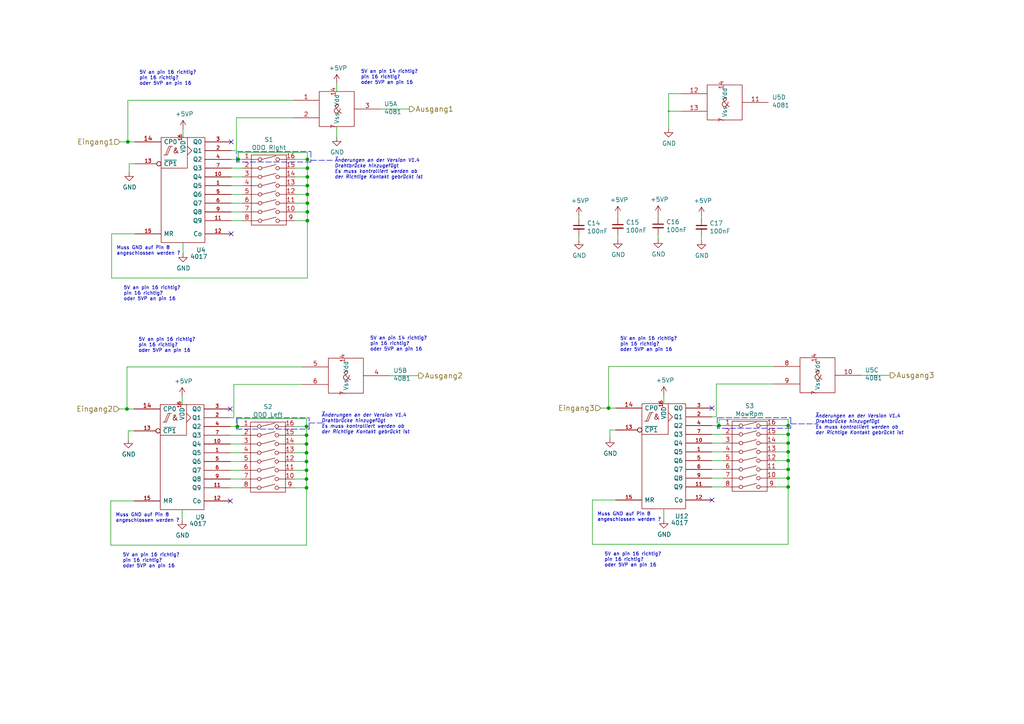
<source format=kicad_sch>
(kicad_sch (version 20201015) (generator eeschema)
  (paper "A4")
  (title_block (title "Ardumower shield SVN Version") (date "2021-01-07") (rev "1.4") (company "ML AG JL UZ") (comment 1 "Unterspannungsschutz von AlexanderG"))
  (lib_symbols
    (symbol "ardumower-mega-shield-svn-rescue:+5VP-RESCUE-ardumower_mega_shield_svn" (power) (pin_names (offset 0))
      (property "Value" "+5VP-RESCUE-ardumower_mega_shield_svn" (at 0 3.556 0))
      (symbol "+5VP-RESCUE-ardumower_mega_shield_svn_0_1"
        (polyline (pts (xy -0.762 1.27) (xy 0 2.54)))
        (polyline (pts (xy 0 0) (xy 0 2.54)))
        (polyline (pts (xy 0 2.54) (xy 0.762 1.27)))
      )
      (symbol "+5VP-RESCUE-ardumower_mega_shield_svn_1_1"
        (pin power_in line (at 0 0 90) (length 0) hide (name "+5VP") (number "1"))
      )
    )
    (symbol "ardumower-mega-shield-svn-rescue:4017-RESCUE-ardumower_mega_shield_svn" (pin_names (offset 0.762))
      (property "Reference" "U" (at 7.62 16.51 0))
      (property "Value" "4017-RESCUE-ardumower_mega_shield_svn" (at 10.16 -16.51 0))
      (symbol "4017-RESCUE-ardumower_mega_shield_svn_0_0"
        (text "&" (at -2.032 11.43 0) (effects (font (size 1.524 1.524))))
        (polyline (pts (xy -5.588 10.16) (xy -4.572 10.16) (xy -3.556 12.7) (xy -3.048 12.7) (xy -4.064 12.7) (xy -5.08 10.16) (xy -5.08 10.16)))
        (pin power_in line (at 0 15.24 270) (length 0) (name "VDD") (number "16"))
        (pin power_in line (at 0 -15.24 90) (length 0) hide (name "VSS") (number "8"))
      )
      (symbol "4017-RESCUE-ardumower_mega_shield_svn_0_1"
        (rectangle (start -6.35 15.24) (end 6.35 -15.24))
        (polyline (pts (xy 1.27 12.7) (xy 2.54 11.43) (xy 1.27 10.16) (xy 1.27 10.16)))
        (polyline (pts (xy 1.27 15.24) (xy 1.27 6.35) (xy -6.35 6.35) (xy -6.35 6.35)))
      )
      (symbol "4017-RESCUE-ardumower_mega_shield_svn_1_1"
        (pin output line (at 13.97 1.27 180) (length 7.62) (name "Q5") (number "1"))
        (pin output line (at 13.97 3.81 180) (length 7.62) (name "Q4") (number "10"))
        (pin output line (at 13.97 -8.89 180) (length 7.62) (name "Q9") (number "11"))
        (pin output line (at 13.97 -12.7 180) (length 7.62) (name "Co") (number "12"))
        (pin input inverted (at -13.97 7.62 0) (length 7.62) (name "~CP1") (number "13"))
        (pin input line (at -13.97 13.97 0) (length 7.62) (name "CP0") (number "14"))
        (pin input line (at -13.97 -12.7 0) (length 7.62) (name "MR") (number "15"))
        (pin output line (at 13.97 11.43 180) (length 7.62) (name "Q1") (number "2"))
        (pin output line (at 13.97 13.97 180) (length 7.62) (name "Q0") (number "3"))
        (pin output line (at 13.97 8.89 180) (length 7.62) (name "Q2") (number "4"))
        (pin output line (at 13.97 -1.27 180) (length 7.62) (name "Q6") (number "5"))
        (pin output line (at 13.97 -3.81 180) (length 7.62) (name "Q7") (number "6"))
        (pin output line (at 13.97 6.35 180) (length 7.62) (name "Q3") (number "7"))
        (pin output line (at 13.97 -6.35 180) (length 7.62) (name "Q8") (number "9"))
      )
    )
    (symbol "ardumower-mega-shield-svn-rescue:4081-RESCUE-ardumower_mega_shield_svn" (pin_names (offset 0.762))
      (property "Reference" "U" (at 2.54 6.35 0))
      (property "Value" "4081-RESCUE-ardumower_mega_shield_svn" (at 6.35 -6.35 0))
      (symbol "4081-RESCUE-ardumower_mega_shield_svn_0_0"
        (text "&" (at 0.254 0 0) (effects (font (size 2.54 2.54))))
        (rectangle (start -5.08 5.08) (end 5.08 -5.08))
        (pin power_in line (at 0 5.08 270) (length 0) (name "Vdd") (number "14"))
        (pin power_in line (at 0 -5.08 90) (length 0) (name "Vss") (number "7"))
      )
      (symbol "4081-RESCUE-ardumower_mega_shield_svn_1_1"
        (pin input line (at -12.7 2.54 0) (length 7.62) (name "~") (number "1"))
        (pin input line (at -12.7 -2.54 0) (length 7.62) (name "~") (number "2"))
        (pin output line (at 12.7 0 180) (length 7.62) (name "~") (number "3"))
      )
      (symbol "4081-RESCUE-ardumower_mega_shield_svn_2_1"
        (pin output line (at 12.7 0 180) (length 7.62) (name "~") (number "4"))
        (pin input line (at -12.7 2.54 0) (length 7.62) (name "~") (number "5"))
        (pin input line (at -12.7 -2.54 0) (length 7.62) (name "~") (number "6"))
      )
      (symbol "4081-RESCUE-ardumower_mega_shield_svn_3_1"
        (pin output line (at 12.7 0 180) (length 7.62) (name "~") (number "10"))
        (pin input line (at -12.7 2.54 0) (length 7.62) (name "~") (number "8"))
        (pin input line (at -12.7 -2.54 0) (length 7.62) (name "~") (number "9"))
      )
      (symbol "4081-RESCUE-ardumower_mega_shield_svn_4_1"
        (pin output line (at 12.7 0 180) (length 7.62) (name "~") (number "11"))
        (pin input line (at -12.7 2.54 0) (length 7.62) (name "~") (number "12"))
        (pin input line (at -12.7 -2.54 0) (length 7.62) (name "~") (number "13"))
      )
    )
    (symbol "ardumower-mega-shield-svn-rescue:C_Small-RESCUE-ardumower_mega_shield_svn" (pin_numbers hide) (pin_names (offset 0.254) hide)
      (property "Reference" "C" (at 0.254 1.778 0))
      (property "Value" "C_Small-RESCUE-ardumower_mega_shield_svn" (at 0.254 -2.032 0))
      (symbol "C_Small-RESCUE-ardumower_mega_shield_svn_0_1"
        (polyline (pts (xy -1.524 -0.508) (xy 1.524 -0.508)) (stroke (width 0.3302)))
        (polyline (pts (xy -1.524 0.508) (xy 1.524 0.508)) (stroke (width 0.3048)))
      )
      (symbol "C_Small-RESCUE-ardumower_mega_shield_svn_1_1"
        (pin passive line (at 0 2.54 270) (length 2.032) (name "~") (number "1"))
        (pin passive line (at 0 -2.54 90) (length 2.032) (name "~") (number "2"))
      )
    )
    (symbol "ardumower-mega-shield-svn-rescue:GND-RESCUE-ardumower_mega_shield_svn" (power) (pin_names (offset 0))
      (property "Value" "GND-RESCUE-ardumower_mega_shield_svn" (at 0 -3.81 0))
      (symbol "GND-RESCUE-ardumower_mega_shield_svn_0_1"
        (polyline (pts (xy 0 0) (xy 0 -1.27) (xy 1.27 -1.27) (xy 0 -2.54) (xy -1.27 -1.27) (xy 0 -1.27)))
      )
      (symbol "GND-RESCUE-ardumower_mega_shield_svn_1_1"
        (pin power_in line (at 0 0 270) (length 0) hide (name "GND") (number "1"))
      )
    )
    (symbol "ardumower-mega-shield-svn-rescue:SW_DIP_x8-RESCUE-ardumower_mega_shield_svn"
      (property "Reference" "S" (at 0 -11.43 0))
      (property "Value" "SW_DIP_x8-RESCUE-ardumower_mega_shield_svn" (at 0 11.43 0))
      (symbol "SW_DIP_x8-RESCUE-ardumower_mega_shield_svn_0_1"
        (circle (center -2.54 -8.89) (radius 0.508))
        (circle (center -2.54 -6.35) (radius 0.508))
        (circle (center -2.54 -3.81) (radius 0.508))
        (circle (center -2.54 -1.27) (radius 0.508))
        (circle (center -2.54 1.27) (radius 0.508))
        (circle (center -2.54 3.81) (radius 0.508))
        (circle (center -2.54 6.35) (radius 0.508))
        (circle (center -2.54 8.89) (radius 0.508))
        (circle (center 2.54 -8.89) (radius 0.508))
        (circle (center 2.54 -6.35) (radius 0.508))
        (circle (center 2.54 -3.81) (radius 0.508))
        (circle (center 2.54 -1.27) (radius 0.508))
        (circle (center 2.54 1.27) (radius 0.508))
        (circle (center 2.54 3.81) (radius 0.508))
        (circle (center 2.54 6.35) (radius 0.508))
        (circle (center 2.54 8.89) (radius 0.508))
        (rectangle (start -5.08 10.16) (end 5.08 -10.16))
        (polyline (pts (xy -3.048 -8.89) (xy -5.08 -8.89)))
        (polyline (pts (xy -3.048 -6.35) (xy -5.08 -6.35)))
        (polyline (pts (xy -3.048 -3.81) (xy -5.08 -3.81)))
        (polyline (pts (xy -3.048 -1.27) (xy -5.08 -1.27)))
        (polyline (pts (xy -3.048 1.27) (xy -5.08 1.27)))
        (polyline (pts (xy -3.048 3.81) (xy -5.08 3.81)))
        (polyline (pts (xy -3.048 6.35) (xy -5.08 6.35)))
        (polyline (pts (xy -3.048 8.89) (xy -5.08 8.89)))
        (polyline (pts (xy -2.032 -8.89) (xy 2.032 -7.874)))
        (polyline (pts (xy -2.032 -6.35) (xy 2.032 -5.334)))
        (polyline (pts (xy -2.032 -3.81) (xy 2.032 -2.794)))
        (polyline (pts (xy -2.032 -1.27) (xy 2.032 -0.254)))
        (polyline (pts (xy -2.032 1.27) (xy 2.032 2.286)))
        (polyline (pts (xy -2.032 3.81) (xy 2.032 4.826)))
        (polyline (pts (xy -2.032 6.35) (xy 2.032 7.366)))
        (polyline (pts (xy -2.032 8.89) (xy 2.032 9.906)))
        (polyline (pts (xy 3.048 -8.89) (xy 5.08 -8.89)))
        (polyline (pts (xy 3.048 -6.35) (xy 5.08 -6.35)))
        (polyline (pts (xy 3.048 -3.81) (xy 5.08 -3.81)))
        (polyline (pts (xy 3.048 -1.27) (xy 5.08 -1.27)))
        (polyline (pts (xy 3.048 1.27) (xy 5.08 1.27)))
        (polyline (pts (xy 3.048 3.81) (xy 5.08 3.81)))
        (polyline (pts (xy 3.048 6.35) (xy 5.08 6.35)))
        (polyline (pts (xy 3.048 8.89) (xy 5.08 8.89)))
      )
      (symbol "SW_DIP_x8-RESCUE-ardumower_mega_shield_svn_1_1"
        (pin passive line (at -7.62 8.89 0) (length 2.54) (name "~") (number "1"))
        (pin passive line (at 7.62 -6.35 180) (length 2.54) (name "~") (number "10"))
        (pin passive line (at 7.62 -3.81 180) (length 2.54) (name "~") (number "11"))
        (pin passive line (at 7.62 -1.27 180) (length 2.54) (name "~") (number "12"))
        (pin passive line (at 7.62 1.27 180) (length 2.54) (name "~") (number "13"))
        (pin passive line (at 7.62 3.81 180) (length 2.54) (name "~") (number "14"))
        (pin passive line (at 7.62 6.35 180) (length 2.54) (name "~") (number "15"))
        (pin passive line (at 7.62 8.89 180) (length 2.54) (name "~") (number "16"))
        (pin passive line (at -7.62 6.35 0) (length 2.54) (name "~") (number "2"))
        (pin passive line (at -7.62 3.81 0) (length 2.54) (name "~") (number "3"))
        (pin passive line (at -7.62 1.27 0) (length 2.54) (name "~") (number "4"))
        (pin passive line (at -7.62 -1.27 0) (length 2.54) (name "~") (number "5"))
        (pin passive line (at -7.62 -3.81 0) (length 2.54) (name "~") (number "6"))
        (pin passive line (at -7.62 -6.35 0) (length 2.54) (name "~") (number "7"))
        (pin passive line (at -7.62 -8.89 0) (length 2.54) (name "~") (number "8"))
        (pin passive line (at 7.62 -8.89 180) (length 2.54) (name "~") (number "9"))
      )
    )
  )
  (junction (at 36.83 118.618) (diameter 0.9144))
  (junction (at 37.084 41.148) (diameter 0.9144))
  (junction (at 68.834 123.698) (diameter 0.9144))
  (junction (at 69.088 46.228) (diameter 0.9144))
  (junction (at 88.9 123.698) (diameter 0.9144))
  (junction (at 88.9 126.238) (diameter 0.9144))
  (junction (at 88.9 128.778) (diameter 0.9144))
  (junction (at 88.9 131.318) (diameter 0.9144))
  (junction (at 88.9 133.858) (diameter 0.9144))
  (junction (at 88.9 136.398) (diameter 0.9144))
  (junction (at 88.9 138.938) (diameter 0.9144))
  (junction (at 88.9 141.478) (diameter 0.9144))
  (junction (at 89.154 46.228) (diameter 0.9144))
  (junction (at 89.154 48.768) (diameter 0.9144))
  (junction (at 89.154 51.308) (diameter 0.9144))
  (junction (at 89.154 53.848) (diameter 0.9144))
  (junction (at 89.154 56.388) (diameter 0.9144))
  (junction (at 89.154 58.928) (diameter 0.9144))
  (junction (at 89.154 61.468) (diameter 0.9144))
  (junction (at 89.154 64.008) (diameter 0.9144))
  (junction (at 176.53 118.364) (diameter 0.9144))
  (junction (at 193.929 32.258) (diameter 0.3048))
  (junction (at 208.534 123.444) (diameter 0.9144))
  (junction (at 228.6 123.444) (diameter 0.9144))
  (junction (at 228.6 125.984) (diameter 0.9144))
  (junction (at 228.6 128.524) (diameter 0.9144))
  (junction (at 228.6 131.064) (diameter 0.9144))
  (junction (at 228.6 133.604) (diameter 0.9144))
  (junction (at 228.6 136.144) (diameter 0.9144))
  (junction (at 228.6 138.684) (diameter 0.9144))
  (junction (at 228.6 141.224) (diameter 0.9144))
  (no_connect (at 206.502 145.034))
  (no_connect (at 66.802 118.618))
  (no_connect (at 67.056 41.148))
  (no_connect (at 206.502 118.364))
  (no_connect (at 67.056 67.818))
  (no_connect (at 66.802 145.288))
  (wire (pts (xy 32.131 145.288) (xy 38.862 145.288)))
  (wire (pts (xy 32.131 158.115) (xy 32.131 145.288)))
  (wire (pts (xy 32.385 67.818) (xy 39.116 67.818)))
  (wire (pts (xy 32.385 80.645) (xy 32.385 67.818)))
  (wire (pts (xy 34.544 118.618) (xy 36.83 118.618)))
  (wire (pts (xy 34.798 41.148) (xy 37.084 41.148)))
  (wire (pts (xy 36.83 106.426) (xy 36.83 118.618)))
  (wire (pts (xy 36.83 118.618) (xy 38.862 118.618)))
  (wire (pts (xy 37.084 29.083) (xy 37.084 41.148)))
  (wire (pts (xy 37.084 41.148) (xy 39.116 41.148)))
  (wire (pts (xy 37.211 124.968) (xy 38.862 124.968)))
  (wire (pts (xy 37.211 127.381) (xy 37.211 124.968)))
  (wire (pts (xy 37.465 47.498) (xy 39.116 47.498)))
  (wire (pts (xy 37.465 49.911) (xy 37.465 47.498)))
  (wire (pts (xy 52.832 117.348) (xy 52.832 114.935)))
  (wire (pts (xy 52.832 150.876) (xy 52.832 147.828)))
  (wire (pts (xy 53.086 39.878) (xy 53.086 37.465)))
  (wire (pts (xy 53.086 73.406) (xy 53.086 70.358)))
  (wire (pts (xy 66.802 121.158) (xy 67.818 121.158)))
  (wire (pts (xy 66.802 123.698) (xy 68.834 123.698)))
  (wire (pts (xy 66.802 126.238) (xy 70.104 126.238)))
  (wire (pts (xy 66.802 128.778) (xy 70.104 128.778)))
  (wire (pts (xy 66.802 131.318) (xy 70.104 131.318)))
  (wire (pts (xy 66.802 133.858) (xy 70.104 133.858)))
  (wire (pts (xy 66.802 136.398) (xy 70.104 136.398)))
  (wire (pts (xy 66.802 138.938) (xy 70.104 138.938)))
  (wire (pts (xy 66.802 141.478) (xy 70.104 141.478)))
  (wire (pts (xy 67.056 46.228) (xy 69.088 46.228)))
  (wire (pts (xy 67.056 48.768) (xy 70.358 48.768)))
  (wire (pts (xy 67.056 51.308) (xy 70.358 51.308)))
  (wire (pts (xy 67.056 53.848) (xy 70.358 53.848)))
  (wire (pts (xy 67.056 56.388) (xy 70.358 56.388)))
  (wire (pts (xy 67.056 58.928) (xy 70.358 58.928)))
  (wire (pts (xy 67.056 61.468) (xy 70.358 61.468)))
  (wire (pts (xy 67.056 64.008) (xy 70.358 64.008)))
  (wire (pts (xy 67.818 111.506) (xy 67.818 121.158)))
  (wire (pts (xy 67.818 111.506) (xy 87.63 111.506)))
  (wire (pts (xy 68.58 34.163) (xy 68.58 43.688)))
  (wire (pts (xy 68.58 43.688) (xy 67.056 43.688)))
  (wire (pts (xy 68.834 121.412) (xy 88.9 121.412)))
  (wire (pts (xy 68.834 123.698) (xy 68.834 121.412)))
  (wire (pts (xy 68.834 123.698) (xy 70.104 123.698)))
  (wire (pts (xy 69.088 44.196) (xy 89.154 44.196)))
  (wire (pts (xy 69.088 46.228) (xy 69.088 44.196)))
  (wire (pts (xy 69.088 46.228) (xy 70.358 46.228)))
  (wire (pts (xy 84.963 29.083) (xy 37.084 29.083)))
  (wire (pts (xy 84.963 34.163) (xy 68.58 34.163)))
  (wire (pts (xy 85.344 123.698) (xy 88.9 123.698)))
  (wire (pts (xy 85.344 126.238) (xy 88.9 126.238)))
  (wire (pts (xy 85.344 128.778) (xy 88.9 128.778)))
  (wire (pts (xy 85.344 131.318) (xy 88.9 131.318)))
  (wire (pts (xy 85.344 133.858) (xy 88.9 133.858)))
  (wire (pts (xy 85.344 136.398) (xy 88.9 136.398)))
  (wire (pts (xy 85.344 138.938) (xy 88.9 138.938)))
  (wire (pts (xy 85.344 141.478) (xy 88.9 141.478)))
  (wire (pts (xy 85.598 48.768) (xy 89.154 48.768)))
  (wire (pts (xy 85.598 51.308) (xy 89.154 51.308)))
  (wire (pts (xy 85.598 53.848) (xy 89.154 53.848)))
  (wire (pts (xy 85.598 56.388) (xy 89.154 56.388)))
  (wire (pts (xy 85.598 58.928) (xy 89.154 58.928)))
  (wire (pts (xy 85.598 61.468) (xy 89.154 61.468)))
  (wire (pts (xy 85.598 64.008) (xy 89.154 64.008)))
  (wire (pts (xy 87.63 106.426) (xy 36.83 106.426)))
  (wire (pts (xy 88.9 121.412) (xy 88.9 123.698)))
  (wire (pts (xy 88.9 123.698) (xy 88.9 126.238)))
  (wire (pts (xy 88.9 126.238) (xy 88.9 128.778)))
  (wire (pts (xy 88.9 128.778) (xy 88.9 131.318)))
  (wire (pts (xy 88.9 131.318) (xy 88.9 133.858)))
  (wire (pts (xy 88.9 133.858) (xy 88.9 136.398)))
  (wire (pts (xy 88.9 136.398) (xy 88.9 138.938)))
  (wire (pts (xy 88.9 138.938) (xy 88.9 141.478)))
  (wire (pts (xy 88.9 141.478) (xy 88.9 158.115)))
  (wire (pts (xy 88.9 158.115) (xy 32.131 158.115)))
  (wire (pts (xy 89.154 44.196) (xy 89.154 46.228)))
  (wire (pts (xy 89.154 46.228) (xy 85.598 46.228)))
  (wire (pts (xy 89.154 46.228) (xy 89.154 48.768)))
  (wire (pts (xy 89.154 48.768) (xy 89.154 51.308)))
  (wire (pts (xy 89.154 51.308) (xy 89.154 53.848)))
  (wire (pts (xy 89.154 53.848) (xy 89.154 56.388)))
  (wire (pts (xy 89.154 56.388) (xy 89.154 58.928)))
  (wire (pts (xy 89.154 58.928) (xy 89.154 61.468)))
  (wire (pts (xy 89.154 61.468) (xy 89.154 64.008)))
  (wire (pts (xy 89.154 64.008) (xy 89.154 80.645)))
  (wire (pts (xy 89.154 80.645) (xy 32.385 80.645)))
  (wire (pts (xy 97.663 26.543) (xy 97.663 24.13)))
  (wire (pts (xy 97.663 39.751) (xy 97.663 36.703)))
  (wire (pts (xy 110.363 31.623) (xy 118.745 31.623)))
  (wire (pts (xy 113.03 108.966) (xy 121.412 108.966)))
  (wire (pts (xy 167.894 63.373) (xy 167.894 62.611)))
  (wire (pts (xy 167.894 69.723) (xy 167.894 68.453)))
  (wire (pts (xy 171.831 145.034) (xy 178.562 145.034)))
  (wire (pts (xy 171.831 157.861) (xy 171.831 145.034)))
  (wire (pts (xy 174.244 118.364) (xy 176.53 118.364)))
  (wire (pts (xy 176.53 106.299) (xy 176.53 118.364)))
  (wire (pts (xy 176.53 118.364) (xy 178.562 118.364)))
  (wire (pts (xy 176.911 124.714) (xy 178.562 124.714)))
  (wire (pts (xy 176.911 127.127) (xy 176.911 124.714)))
  (wire (pts (xy 179.197 63.119) (xy 179.197 62.357)))
  (wire (pts (xy 179.197 69.469) (xy 179.197 68.199)))
  (wire (pts (xy 190.881 62.992) (xy 190.881 62.23)))
  (wire (pts (xy 190.881 69.342) (xy 190.881 68.072)))
  (wire (pts (xy 192.532 117.094) (xy 192.532 114.681)))
  (wire (pts (xy 192.532 150.622) (xy 192.532 147.574)))
  (wire (pts (xy 193.929 27.178) (xy 193.929 32.258)))
  (wire (pts (xy 193.929 27.178) (xy 197.485 27.178)))
  (wire (pts (xy 193.929 32.258) (xy 193.929 37.211)))
  (wire (pts (xy 197.485 32.258) (xy 193.929 32.258)))
  (wire (pts (xy 203.454 63.373) (xy 203.454 62.611)))
  (wire (pts (xy 203.454 69.723) (xy 203.454 68.453)))
  (wire (pts (xy 206.502 123.444) (xy 208.534 123.444)))
  (wire (pts (xy 206.502 125.984) (xy 209.804 125.984)))
  (wire (pts (xy 206.502 128.524) (xy 209.804 128.524)))
  (wire (pts (xy 206.502 131.064) (xy 209.804 131.064)))
  (wire (pts (xy 206.502 133.604) (xy 209.804 133.604)))
  (wire (pts (xy 206.502 136.144) (xy 209.804 136.144)))
  (wire (pts (xy 206.502 138.684) (xy 209.804 138.684)))
  (wire (pts (xy 206.502 141.224) (xy 209.804 141.224)))
  (wire (pts (xy 207.772 111.379) (xy 224.409 111.379)))
  (wire (pts (xy 207.772 120.904) (xy 206.502 120.904)))
  (wire (pts (xy 207.772 120.904) (xy 207.772 111.379)))
  (wire (pts (xy 208.534 121.666) (xy 228.6 121.666)))
  (wire (pts (xy 208.534 123.444) (xy 208.534 121.666)))
  (wire (pts (xy 208.534 123.444) (xy 209.804 123.444)))
  (wire (pts (xy 224.409 106.299) (xy 176.53 106.299)))
  (wire (pts (xy 225.044 123.444) (xy 228.6 123.444)))
  (wire (pts (xy 225.044 125.984) (xy 228.6 125.984)))
  (wire (pts (xy 225.044 128.524) (xy 228.6 128.524)))
  (wire (pts (xy 225.044 131.064) (xy 228.6 131.064)))
  (wire (pts (xy 225.044 133.604) (xy 228.6 133.604)))
  (wire (pts (xy 225.044 136.144) (xy 228.6 136.144)))
  (wire (pts (xy 225.044 138.684) (xy 228.6 138.684)))
  (wire (pts (xy 225.044 141.224) (xy 228.6 141.224)))
  (wire (pts (xy 228.6 121.666) (xy 228.6 123.444)))
  (wire (pts (xy 228.6 123.444) (xy 228.6 125.984)))
  (wire (pts (xy 228.6 125.984) (xy 228.6 128.524)))
  (wire (pts (xy 228.6 128.524) (xy 228.6 131.064)))
  (wire (pts (xy 228.6 131.064) (xy 228.6 133.604)))
  (wire (pts (xy 228.6 133.604) (xy 228.6 136.144)))
  (wire (pts (xy 228.6 136.144) (xy 228.6 138.684)))
  (wire (pts (xy 228.6 138.684) (xy 228.6 141.224)))
  (wire (pts (xy 228.6 141.224) (xy 228.6 157.861)))
  (wire (pts (xy 228.6 157.861) (xy 171.831 157.861)))
  (wire (pts (xy 249.809 108.839) (xy 258.191 108.839)))
  (polyline (pts (xy 68.58 46.99) (xy 68.58 43.942)) (stroke (width 0) (type dash)))
  (polyline (pts (xy 68.58 121.158) (xy 68.58 124.46)) (stroke (width 0) (type dash)))
  (polyline (pts (xy 68.58 121.158) (xy 89.662 121.158)) (stroke (width 0) (type dash)))
  (polyline (pts (xy 68.58 124.46) (xy 89.662 124.46)) (stroke (width 0) (type dash)))
  (polyline (pts (xy 68.834 43.942) (xy 90.17 43.942)) (stroke (width 0) (type dash)))
  (polyline (pts (xy 89.662 122.682) (xy 93.472 122.682)) (stroke (width 0) (type dash)))
  (polyline (pts (xy 89.662 124.46) (xy 89.662 121.158)) (stroke (width 0) (type dash)))
  (polyline (pts (xy 90.17 43.942) (xy 90.17 46.99)) (stroke (width 0) (type dash)))
  (polyline (pts (xy 90.17 46.482) (xy 96.774 46.482)) (stroke (width 0) (type dash)))
  (polyline (pts (xy 90.17 46.99) (xy 68.58 46.99)) (stroke (width 0) (type dash)))
  (polyline (pts (xy 208.026 121.158) (xy 208.026 124.206)) (stroke (width 0) (type dash)))
  (polyline (pts (xy 208.28 121.158) (xy 229.362 121.158)) (stroke (width 0) (type dash)))
  (polyline (pts (xy 229.362 121.158) (xy 229.362 124.206)) (stroke (width 0) (type dash)))
  (polyline (pts (xy 229.362 122.936) (xy 236.982 122.936)) (stroke (width 0) (type dash)))
  (polyline (pts (xy 229.362 124.206) (xy 208.026 124.206)) (stroke (width 0) (type dash)))
  (image (at -114.935 43.815) (scale 2))
  (text "achte auf die gehäuse formen bei dem teiler\ndie gibt es in zwei ausführungen\n am besten schaust du bei schukat \nwas die haben das bekommen wir dann überall \nwww.schukat.de" (at -116.332 -19.685 0) (effects (font (size 5.0038 5.0038)) (justify left bottom)))
  (text "Muss GND auf Pin 8 \nangeschlossen werden ?" (at 33.528 151.638 0) (effects (font (size 0.9906 0.9906)) (justify left bottom)))
  (text "Muss GND auf Pin 8 \nangeschlossen werden ?" (at 33.782 74.168 0) (effects (font (size 0.9906 0.9906)) (justify left bottom)))
  (text "5V an pin 16 richtig?\npin 16 richtig?\noder 5VP an pin 16" (at 35.56 164.846 0) (effects (font (size 0.9906 0.9906)) (justify left bottom)))
  (text "5V an pin 16 richtig?\npin 16 richtig?\noder 5VP an pin 16" (at 35.814 87.376 0) (effects (font (size 0.9906 0.9906)) (justify left bottom)))
  (text "5V an pin 16 richtig?\npin 16 richtig?\noder 5VP an pin 16" (at 40.132 102.362 0) (effects (font (size 0.9906 0.9906)) (justify left bottom)))
  (text "5V an pin 16 richtig?\npin 16 richtig?\noder 5VP an pin 16" (at 40.386 24.892 0) (effects (font (size 0.9906 0.9906)) (justify left bottom)))
  (text "Änderungen an der Version V1.4\nDrahtbrücke hinzugefügt\nEs muss kontrolliert werden ob\nder Richtige Kontakt gebrückt ist" (at 93.218 125.984 0) (effects (font (size 1 1) italic) (justify left bottom)))
  (text "Änderungen an der Version V1.4\nDrahtbrücke hinzugefügt\nEs muss kontrolliert werden ob\nder Richtige Kontakt gebrückt ist" (at 97.028 52.07 0) (effects (font (size 1 1) italic) (justify left bottom)))
  (text "5V an pin 14 richtig?\npin 16 richtig?\noder 5VP an pin 16" (at 104.648 24.638 0) (effects (font (size 0.9906 0.9906)) (justify left bottom)))
  (text "5V an pin 14 richtig?\npin 16 richtig?\noder 5VP an pin 16" (at 107.315 101.981 0) (effects (font (size 0.9906 0.9906)) (justify left bottom)))
  (text "Muss GND auf Pin 8 \nangeschlossen werden ?" (at 173.228 151.384 0) (effects (font (size 0.9906 0.9906)) (justify left bottom)))
  (text "5V an pin 16 richtig?\npin 16 richtig?\noder 5VP an pin 16" (at 175.26 164.592 0) (effects (font (size 0.9906 0.9906)) (justify left bottom)))
  (text "5V an pin 16 richtig?\npin 16 richtig?\noder 5VP an pin 16" (at 179.832 102.108 0) (effects (font (size 0.9906 0.9906)) (justify left bottom)))
  (text "Änderungen an der Version V1.4\nDrahtbrücke hinzugefügt\nEs muss kontrolliert werden ob\nder Richtige Kontakt gebrückt ist" (at 236.474 126.238 0) (effects (font (size 1 1) italic) (justify left bottom)))
  (text "[22:56:35 | Bearbeitet 22:58:38] Jürgen Lange: @uwe hier der teiler kann noch verfeinert werden und du brauchst die mimik 2x also den 4017 x2 und ein und gatter vom 4081 zusätzlich damit sind dann noch zwei übrig die arbeiten dann als or durch die negative logik timing-probleme werden so vermieden und die signale sin im sync \n[22:59:19] Kurzschuss - Uwe: sekunde diese Schaltung also mal 4\n[23:00:01] Kurzschuss - Uwe: wir haben ja 4 Odemetrie Pins\n[23:00:34] Jürgen Lange: natürlich wie immer die 100nF block nicht vergessen und beachten hinten hast du 5v pegel da muss man also noch was machen............................. ne die schaltung eigentlich nur 2x oder 3 mal wenn du den mäh-motor auch so machen möchtest\n[23:01:44 | Bearbeitet 23:05:06] Jürgen Lange: wir brauchen nur einen pro motor oneway die richtung kann uns wurst sein und vergesse die pullup nicht am eingang die werden trotzdem gebraucht\n[23:01:52 | Bearbeitet 23:02:17] Kurzschuss - Uwe: Also werten wir bei der Odemetrie nicht mehr two way aus sondern nur noch One way?\n[23:02:43] Kurzschuss - Uwe: wir haben ja bei unseren Motoren vor und Rückwärsts\n[23:03:20] Jürgen Lange: das ist ein dekadenzähler schau dir das datenblatt an dann kommst du sicher drauf\n[23:03:47] Kurzschuss - Uwe: okay\n[23:04:16] Jürgen Lange: die richtung kommt von der software wozu sollen wir das auswerten alexander weiß doch wo er hinfährt sind nur unnötige ints\n[23:05:40] Kurzschuss - Uwe: Dann hätten wir wider 2Pins mehr frei :)\n[23:08:58] Kurzschuss - Uwe: braucht der 4017 keine ´5V" (at 319.913 79.375 0) (effects (font (size 1.524 1.524)) (justify left bottom)))
  (hierarchical_label "Eingang2" (shape input) (at 34.544 118.618 180) (effects (font (size 1.524 1.524))))
  (hierarchical_label "Eingang1" (shape input) (at 34.798 41.148 180) (effects (font (size 1.524 1.524))))
  (hierarchical_label "Ausgang1" (shape output) (at 118.745 31.623 0) (effects (font (size 1.524 1.524))))
  (hierarchical_label "Ausgang2" (shape output) (at 121.412 108.966 0) (effects (font (size 1.524 1.524))))
  (hierarchical_label "Eingang3" (shape input) (at 174.244 118.364 180) (effects (font (size 1.524 1.524))))
  (hierarchical_label "Ausgang3" (shape output) (at 258.191 108.839 0) (effects (font (size 1.524 1.524))))
  (symbol (lib_id "ardumower-mega-shield-svn-rescue:+5VP-RESCUE-ardumower_mega_shield_svn") (at 52.832 114.935 0) (unit 1)
    (property "Reference" "#PWR0148" (effects hide))
    (property "Value" "+5VP" (at 53.213 110.5408 0))
  )
  (symbol (lib_id "ardumower-mega-shield-svn-rescue:+5VP-RESCUE-ardumower_mega_shield_svn") (at 53.086 37.465 0) (unit 1)
    (property "Reference" "#PWR0147" (effects hide))
    (property "Value" "+5VP" (at 53.467 33.0708 0))
  )
  (symbol (lib_id "ardumower-mega-shield-svn-rescue:+5VP-RESCUE-ardumower_mega_shield_svn") (at 97.663 24.13 0) (unit 1)
    (property "Reference" "#PWR0146" (effects hide))
    (property "Value" "+5VP" (at 98.044 19.7358 0))
  )
  (symbol (lib_id "ardumower-mega-shield-svn-rescue:+5VP-RESCUE-ardumower_mega_shield_svn") (at 167.894 62.611 0) (unit 1)
    (property "Reference" "#PWR0154" (effects hide))
    (property "Value" "+5VP" (at 168.275 58.2168 0))
  )
  (symbol (lib_id "ardumower-mega-shield-svn-rescue:+5VP-RESCUE-ardumower_mega_shield_svn") (at 179.197 62.357 0) (unit 1)
    (property "Reference" "#PWR0150" (effects hide))
    (property "Value" "+5VP" (at 179.578 57.9628 0))
  )
  (symbol (lib_id "ardumower-mega-shield-svn-rescue:+5VP-RESCUE-ardumower_mega_shield_svn") (at 190.881 62.23 0) (unit 1)
    (property "Reference" "#PWR0152" (effects hide))
    (property "Value" "+5VP" (at 191.262 57.8358 0))
  )
  (symbol (lib_id "ardumower-mega-shield-svn-rescue:+5VP-RESCUE-ardumower_mega_shield_svn") (at 192.532 114.681 0) (unit 1)
    (property "Reference" "#PWR0149" (effects hide))
    (property "Value" "+5VP" (at 192.913 110.2868 0))
  )
  (symbol (lib_id "ardumower-mega-shield-svn-rescue:+5VP-RESCUE-ardumower_mega_shield_svn") (at 203.454 62.611 0) (unit 1)
    (property "Reference" "#PWR0156" (effects hide))
    (property "Value" "+5VP" (at 203.835 58.2168 0))
  )
  (symbol (lib_id "ardumower-mega-shield-svn-rescue:GND-RESCUE-ardumower_mega_shield_svn") (at 37.211 127.381 0) (unit 1)
    (property "Reference" "#PWR0142" (effects hide))
    (property "Value" "GND" (at 37.338 131.7752 0))
  )
  (symbol (lib_id "ardumower-mega-shield-svn-rescue:GND-RESCUE-ardumower_mega_shield_svn") (at 37.465 49.911 0) (unit 1)
    (property "Reference" "#PWR0138" (effects hide))
    (property "Value" "GND" (at 37.592 54.3052 0))
  )
  (symbol (lib_id "ardumower-mega-shield-svn-rescue:GND-RESCUE-ardumower_mega_shield_svn") (at 52.832 150.876 0) (unit 1)
    (property "Reference" "#PWR0143" (effects hide))
    (property "Value" "GND" (at 52.959 155.2702 0))
  )
  (symbol (lib_id "ardumower-mega-shield-svn-rescue:GND-RESCUE-ardumower_mega_shield_svn") (at 53.086 73.406 0) (unit 1)
    (property "Reference" "#PWR0139" (effects hide))
    (property "Value" "GND" (at 53.213 77.8002 0))
  )
  (symbol (lib_id "ardumower-mega-shield-svn-rescue:GND-RESCUE-ardumower_mega_shield_svn") (at 97.663 39.751 0) (unit 1)
    (property "Reference" "#PWR0141" (effects hide))
    (property "Value" "GND" (at 97.79 44.1452 0))
  )
  (symbol (lib_id "ardumower-mega-shield-svn-rescue:GND-RESCUE-ardumower_mega_shield_svn") (at 167.894 69.723 0) (unit 1)
    (property "Reference" "#PWR0155" (effects hide))
    (property "Value" "GND" (at 168.021 74.1172 0))
  )
  (symbol (lib_id "ardumower-mega-shield-svn-rescue:GND-RESCUE-ardumower_mega_shield_svn") (at 176.911 127.127 0) (unit 1)
    (property "Reference" "#PWR0144" (effects hide))
    (property "Value" "GND" (at 177.038 131.5212 0))
  )
  (symbol (lib_id "ardumower-mega-shield-svn-rescue:GND-RESCUE-ardumower_mega_shield_svn") (at 179.197 69.469 0) (unit 1)
    (property "Reference" "#PWR0151" (effects hide))
    (property "Value" "GND" (at 179.324 73.8632 0))
  )
  (symbol (lib_id "ardumower-mega-shield-svn-rescue:GND-RESCUE-ardumower_mega_shield_svn") (at 190.881 69.342 0) (unit 1)
    (property "Reference" "#PWR0153" (effects hide))
    (property "Value" "GND" (at 191.008 73.7362 0))
  )
  (symbol (lib_id "ardumower-mega-shield-svn-rescue:GND-RESCUE-ardumower_mega_shield_svn") (at 192.532 150.622 0) (unit 1)
    (property "Reference" "#PWR0145" (effects hide))
    (property "Value" "GND" (at 192.659 155.0162 0))
  )
  (symbol (lib_id "ardumower-mega-shield-svn-rescue:GND-RESCUE-ardumower_mega_shield_svn") (at 193.929 37.211 0) (unit 1)
    (property "Reference" "#PWR0140" (effects hide))
    (property "Value" "GND" (at 194.056 41.6052 0))
  )
  (symbol (lib_id "ardumower-mega-shield-svn-rescue:GND-RESCUE-ardumower_mega_shield_svn") (at 203.454 69.723 0) (unit 1)
    (property "Reference" "#PWR0157" (effects hide))
    (property "Value" "GND" (at 203.581 74.1172 0))
  )
  (symbol (lib_id "ardumower-mega-shield-svn-rescue:C_Small-RESCUE-ardumower_mega_shield_svn") (at 167.894 65.913 0) (unit 1)
    (property "Reference" "C14" (at 170.2308 64.7446 0) (effects (justify left)))
    (property "Value" "100nF" (at 170.2308 67.056 0) (effects (justify left)))
    (property "Footprint" "Capacitors_SMD:C_0805" (effects hide))
    (property "Gehäuseart" "0805" (effects hide))
    (property "Bestelllink" "https://www.reichelt.de/de/en/mlcc-0805-100nf-100v-10-ft-cap-x7r-0805fcg-100n-p193842.html?GROUPID=8048&SEARCH=0805%2B100nf&&r=1" (effects hide))
    (property "Technische Daten" "X7R 0805FCG 100N MLCC, 0805, 100nF, 100V, 10%, FT-Cap" (effects hide))
    (property "Bestellnummer" "Value" (effects hide))
    (property "Bestücken (Assemble)" "JA (YES)" (effects hide))
    (property "Funktion" "X7R 0805FCG 100N MLCC, 0805, 100nF, 100V, 10%, FT-Cap" (effects hide))
    (property "JLCPCB LCSC Part" "C49678" (effects hide))
  )
  (symbol (lib_id "ardumower-mega-shield-svn-rescue:C_Small-RESCUE-ardumower_mega_shield_svn") (at 179.197 65.659 0) (unit 1)
    (property "Reference" "C15" (at 181.5338 64.4906 0) (effects (justify left)))
    (property "Value" "100nF" (at 181.5338 66.802 0) (effects (justify left)))
    (property "Footprint" "Capacitors_SMD:C_0805" (effects hide))
    (property "Gehäuseart" "0805" (effects hide))
    (property "Bestelllink" "https://www.reichelt.de/de/en/mlcc-0805-100nf-100v-10-ft-cap-x7r-0805fcg-100n-p193842.html?GROUPID=8048&SEARCH=0805%2B100nf&&r=1" (effects hide))
    (property "Technische Daten" "X7R 0805FCG 100N MLCC, 0805, 100nF, 100V, 10%, FT-Cap" (effects hide))
    (property "Bestellnummer" "Value" (effects hide))
    (property "Bestücken (Assemble)" "JA (YES)" (effects hide))
    (property "Funktion" "X7R 0805FCG 100N MLCC, 0805, 100nF, 100V, 10%, FT-Cap" (effects hide))
    (property "JLCPCB LCSC Part" "C49678" (effects hide))
  )
  (symbol (lib_id "ardumower-mega-shield-svn-rescue:C_Small-RESCUE-ardumower_mega_shield_svn") (at 190.881 65.532 0) (unit 1)
    (property "Reference" "C16" (at 193.2178 64.3636 0) (effects (justify left)))
    (property "Value" "100nF" (at 193.2178 66.675 0) (effects (justify left)))
    (property "Footprint" "Capacitors_SMD:C_0805" (effects hide))
    (property "Gehäuseart" "0805" (effects hide))
    (property "Bestelllink" "https://www.reichelt.de/de/en/mlcc-0805-100nf-100v-10-ft-cap-x7r-0805fcg-100n-p193842.html?GROUPID=8048&SEARCH=0805%2B100nf&&r=1" (effects hide))
    (property "Technische Daten" "X7R 0805FCG 100N MLCC, 0805, 100nF, 100V, 10%, FT-Cap" (effects hide))
    (property "Bestellnummer" "Value" (effects hide))
    (property "Bestücken (Assemble)" "JA (YES)" (effects hide))
    (property "Funktion" "X7R 0805FCG 100N MLCC, 0805, 100nF, 100V, 10%, FT-Cap" (effects hide))
    (property "JLCPCB LCSC Part" "C49678" (effects hide))
  )
  (symbol (lib_id "ardumower-mega-shield-svn-rescue:C_Small-RESCUE-ardumower_mega_shield_svn") (at 203.454 65.913 0) (unit 1)
    (property "Reference" "C17" (at 205.7908 64.7446 0) (effects (justify left)))
    (property "Value" "100nF" (at 205.7908 67.056 0) (effects (justify left)))
    (property "Footprint" "Capacitors_SMD:C_0805" (effects hide))
    (property "Gehäuseart" "0805" (effects hide))
    (property "Bestelllink" "https://www.reichelt.de/de/en/mlcc-0805-100nf-100v-10-ft-cap-x7r-0805fcg-100n-p193842.html?GROUPID=8048&SEARCH=0805%2B100nf&&r=1" (effects hide))
    (property "Technische Daten" "X7R 0805FCG 100N MLCC, 0805, 100nF, 100V, 10%, FT-Cap" (effects hide))
    (property "Bestellnummer" "Value" (effects hide))
    (property "Bestücken (Assemble)" "JA (YES)" (effects hide))
    (property "Funktion" "X7R 0805FCG 100N MLCC, 0805, 100nF, 100V, 10%, FT-Cap" (effects hide))
    (property "JLCPCB LCSC Part" "C49678" (effects hide))
  )
  (symbol (lib_id "ardumower-mega-shield-svn-rescue:4081-RESCUE-ardumower_mega_shield_svn") (at 97.663 31.623 0) (unit 1)
    (property "Reference" "U5" (at 111.4044 30.1244 0) (effects (justify left)))
    (property "Value" "4081" (at 111.4044 32.4358 0) (effects (justify left)))
    (property "Footprint" "40xx:40xx-SO14" (effects hide))
    (property "Gehäuseart" " SO-14 " (effects hide))
    (property "Bestelllink" "https://www.reichelt.de/de/en/chip-ic-smd-4081-p18495.html?GROUPID=2925&SEARCH=4081&&r=1" (effects hide))
    (property "Technische Daten" "Logic IC HCF4081B " (effects hide))
    (property "Bestellnummer" "R: SMD 4081" (effects hide))
    (property "Bestücken (Assemble)" "JA (YES)" (effects hide))
    (property "Funktion" "Logic IC HCF4081B " (effects hide))
    (property "Reichelt-Bestellnummer" "R: SMD 4081" (effects hide))
    (property "JLCPCB Basic / Extern" "1" (effects hide))
    (property "JLCPCB LCSC Part" "C353985" (effects hide))
  )
  (symbol (lib_id "ardumower-mega-shield-svn-rescue:4081-RESCUE-ardumower_mega_shield_svn") (at 100.33 108.966 0) (unit 2)
    (property "Reference" "U5" (at 114.0714 107.4674 0) (effects (justify left)))
    (property "Value" "4081" (at 114.0714 109.7788 0) (effects (justify left)))
    (property "Footprint" "40xx:40xx-SO14" (effects hide))
    (property "Gehäuseart" " SO-14 " (effects hide))
    (property "Bestelllink" "https://www.reichelt.de/de/en/chip-ic-smd-4081-p18495.html?GROUPID=2925&SEARCH=4081&&r=1" (effects hide))
    (property "Technische Daten" "Logic IC HCF4081B " (effects hide))
    (property "Bestellnummer" "R: SMD 4081" (effects hide))
    (property "Funktion" "Logic IC HCF4081B " (effects hide))
    (property "Bestücken (Assemble)" "JA (YES)" (effects hide))
    (property "Reichelt-Bestellnummer" "R: SMD 4081" (effects hide))
    (property "JLCPCB Basic / Extern" "1" (effects hide))
    (property "JLCPCB LCSC Part" "C353985" (effects hide))
  )
  (symbol (lib_id "ardumower-mega-shield-svn-rescue:4081-RESCUE-ardumower_mega_shield_svn") (at 210.185 29.718 0) (unit 4)
    (property "Reference" "U5" (at 223.9264 28.2194 0) (effects (justify left)))
    (property "Value" "4081" (at 223.9264 30.5308 0) (effects (justify left)))
    (property "Footprint" "40xx:40xx-SO14" (effects hide))
    (property "Gehäuseart" " SO-14 " (effects hide))
    (property "Bestelllink" "https://www.reichelt.de/de/en/chip-ic-smd-4081-p18495.html?GROUPID=2925&SEARCH=4081&&r=1" (effects hide))
    (property "Technische Daten" "Logic IC HCF4081B " (effects hide))
    (property "Bestellnummer" "R: SMD 4081" (effects hide))
    (property "Bestücken (Assemble)" "JA (YES)" (effects hide))
    (property "Funktion" "Logic IC HCF4081B " (effects hide))
    (property "Reichelt-Bestellnummer" "R: SMD 4081" (effects hide))
    (property "JLCPCB Basic / Extern" "1" (effects hide))
    (property "JLCPCB LCSC Part" "C353985" (effects hide))
  )
  (symbol (lib_id "ardumower-mega-shield-svn-rescue:4081-RESCUE-ardumower_mega_shield_svn") (at 237.109 108.839 0) (unit 3)
    (property "Reference" "U5" (at 250.8504 107.3404 0) (effects (justify left)))
    (property "Value" "4081" (at 250.8504 109.6518 0) (effects (justify left)))
    (property "Footprint" "40xx:40xx-SO14" (effects hide))
    (property "Gehäuseart" " SO-14 " (effects hide))
    (property "Bestelllink" "https://www.reichelt.de/de/en/chip-ic-smd-4081-p18495.html?GROUPID=2925&SEARCH=4081&&r=1" (effects hide))
    (property "Technische Daten" "Logic IC HCF4081B " (effects hide))
    (property "Bestellnummer" "R: SMD 4081" (effects hide))
    (property "Bestücken (Assemble)" "JA (YES)" (effects hide))
    (property "Funktion" "Logic IC HCF4081B " (effects hide))
    (property "Reichelt-Bestellnummer" "R: SMD 4081" (effects hide))
    (property "JLCPCB Basic / Extern" "1" (effects hide))
    (property "JLCPCB LCSC Part" "C353985" (effects hide))
  )
  (symbol (lib_id "ardumower-mega-shield-svn-rescue:SW_DIP_x8-RESCUE-ardumower_mega_shield_svn") (at 77.724 132.588 0) (unit 1)
    (property "Reference" "S2" (at 77.724 117.983 0))
    (property "Value" "ODO Left" (at 77.724 120.2944 0))
    (property "Footprint" "Zimprich:SW_DIP_x8_SMD" (effects hide))
    (property "Bestelllink" "https://www.conrad.de/de/p/apem-ikh0803000-dip-schalter-polzahl-8-1-st-700772.html" (effects hide))
    (property "Bestellnummer" "C: 700772 - YD" (effects hide))
    (property "Funktion" "APEM IKH0803000 DIP-Schalter Polzahl 8" (effects hide))
    (property "Technische Daten" "APEM IKH0803000 DIP-Schalter Polzahl 8" (effects hide))
    (property "Bestücken (Assemble)" "NEIN (NO)" (effects hide))
  )
  (symbol (lib_id "ardumower-mega-shield-svn-rescue:SW_DIP_x8-RESCUE-ardumower_mega_shield_svn") (at 77.978 55.118 0) (unit 1)
    (property "Reference" "S1" (at 77.978 40.513 0))
    (property "Value" "ODO Right" (at 77.978 42.8244 0))
    (property "Footprint" "Zimprich:SW_DIP_x8_SMD" (effects hide))
    (property "Bestelllink" "https://www.conrad.de/de/p/apem-ikh0803000-dip-schalter-polzahl-8-1-st-700772.html" (effects hide))
    (property "Bestellnummer" "C: 700772 - YD" (effects hide))
    (property "Funktion" "APEM IKH0803000 DIP-Schalter Polzahl 8" (effects hide))
    (property "Technische Daten" "APEM IKH0803000 DIP-Schalter Polzahl 8" (effects hide))
    (property "Bestücken (Assemble)" "NEIN (NO)" (effects hide))
  )
  (symbol (lib_id "ardumower-mega-shield-svn-rescue:SW_DIP_x8-RESCUE-ardumower_mega_shield_svn") (at 217.424 132.334 0) (unit 1)
    (property "Reference" "S3" (at 217.424 117.729 0))
    (property "Value" "MowRpm" (at 217.424 120.0404 0))
    (property "Footprint" "Zimprich:SW_DIP_x8_SMD" (effects hide))
    (property "Bestelllink" "https://www.conrad.de/de/p/apem-ikh0803000-dip-schalter-polzahl-8-1-st-700772.html" (effects hide))
    (property "Bestellnummer" "C: 700772 - YD" (effects hide))
    (property "Funktion" "APEM IKH0803000 DIP-Schalter Polzahl 8" (effects hide))
    (property "Technische Daten" "APEM IKH0803000 DIP-Schalter Polzahl 8" (effects hide))
    (property "Bestücken (Assemble)" "NEIN (NO)" (effects hide))
  )
  (symbol (lib_id "ardumower-mega-shield-svn-rescue:4017-RESCUE-ardumower_mega_shield_svn") (at 52.832 132.588 0) (unit 1)
    (property "Reference" "U9" (at 58.039 149.987 0))
    (property "Value" "4017" (at 57.404 151.892 0))
    (property "Footprint" "40xx:40xx-SO16" (effects hide))
    (property "Bestelllink" "https://www.reichelt.de/de/en/chip-ic-cd-4017-smd-4017-p18434.html?GROUPID=2925&SEARCH=4017&&r=1" (effects hide))
    (property "Bestellnummer" "R: SMD 4017" (effects hide))
    (property "Bestücken (Assemble)" "JA (YES)" (effects hide))
    (property "Funktion" "CHIP-IC, CD 4017" (effects hide))
    (property "Gehäuseart" "SO-16 " (effects hide))
    (property "Hersteller" "Value" (effects hide))
    (property "Hersteller Bestellnummer" "Value" (effects hide))
    (property "Reichelt-Bestellnummer" "R: SMD 4017" (effects hide))
    (property "Technische Daten" "CHIP-IC, CD 4017" (effects hide))
    (property "JLCPCB Basic / Extern" "1" (effects hide))
    (property "JLCPCB LCSC Part" "C5994" (effects hide))
  )
  (symbol (lib_id "ardumower-mega-shield-svn-rescue:4017-RESCUE-ardumower_mega_shield_svn") (at 53.086 55.118 0) (unit 1)
    (property "Reference" "U4" (at 58.293 72.517 0))
    (property "Value" "4017" (at 57.658 74.422 0))
    (property "Footprint" "40xx:40xx-SO16" (effects hide))
    (property "Gehäuseart" " SO-16 " (effects hide))
    (property "Bestelllink" "https://www.reichelt.de/de/en/chip-ic-cd-4017-smd-4017-p18434.html?GROUPID=2925&SEARCH=4017&&r=1" (effects hide))
    (property "Technische Daten" "CHIP-IC, CD 4017" (effects hide))
    (property "Bestellnummer" "R: SMD 4017" (effects hide))
    (property "Funktion" "CHIP-IC, CD 4017" (effects hide))
    (property "Hersteller" "Value" (effects hide))
    (property "Hersteller Bestellnummer" "Value" (effects hide))
    (property "Bestücken (Assemble)" "JA (YES)" (effects hide))
    (property "Reichelt-Bestellnummer" "R: SMD 4017" (effects hide))
    (property "JLCPCB Basic / Extern" "1" (effects hide))
    (property "JLCPCB LCSC Part" "C5994" (effects hide))
  )
  (symbol (lib_id "ardumower-mega-shield-svn-rescue:4017-RESCUE-ardumower_mega_shield_svn") (at 192.532 132.334 0) (unit 1)
    (property "Reference" "U12" (at 197.739 149.733 0))
    (property "Value" "4017" (at 197.104 151.638 0))
    (property "Footprint" "40xx:40xx-SO16" (effects hide))
    (property "Bestelllink" "https://www.reichelt.de/de/en/chip-ic-cd-4017-smd-4017-p18434.html?GROUPID=2925&SEARCH=4017&&r=1" (effects hide))
    (property "Bestellnummer" "R: SMD 4017" (effects hide))
    (property "Bestücken (Assemble)" "JA (YES)" (effects hide))
    (property "Funktion" "CHIP-IC, CD 4017" (effects hide))
    (property "Gehäuseart" "SO-16 " (effects hide))
    (property "Hersteller" "Value" (effects hide))
    (property "Hersteller Bestellnummer" "Value" (effects hide))
    (property "Reichelt-Bestellnummer" "R: SMD 4017" (effects hide))
    (property "Technische Daten" "CHIP-IC, CD 4017" (effects hide))
    (property "JLCPCB Basic / Extern" "1" (effects hide))
    (property "JLCPCB LCSC Part" "C5994" (effects hide))
  )
)
</source>
